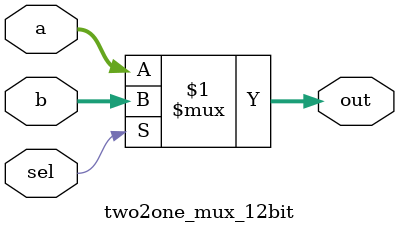
<source format=v>
module two2one_mux_12bit(a, b, sel, out);

    input [11:0] a, b;
    input sel;
    output [11:0] out;
    
    assign out = sel ? b : a;

endmodule
</source>
